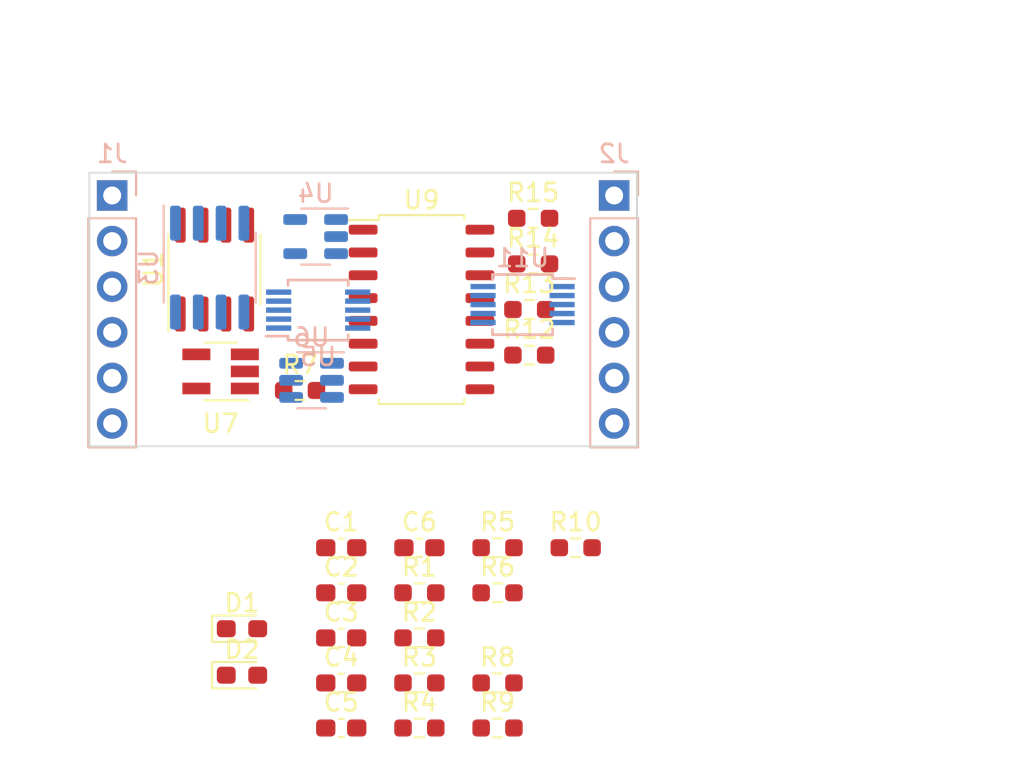
<source format=kicad_pcb>
(kicad_pcb (version 20221018) (generator pcbnew)
  (layers (0 "F.Cu" signal) (31 "B.Cu" signal) (34 "B.Paste" user) (35 "F.Paste" user) (36 "B.SilkS" user "B.Silkscreen") (37 "F.SilkS" user "F.Silkscreen") (38 "B.Mask" user) (39 "F.Mask" user) (44 "Edge.Cuts" user))
  (net 0 "")
  (net 1 "GND")
  (net 2 "Net-(U3-CV)")
  (net 3 "/TR")
  (net 4 "Net-(U5-AIN_P)")
  (net 5 "Net-(U5-AIN_N)")
  (net 6 "/ISO_RTN")
  (net 7 "Net-(D1-A)")
  (net 8 "Net-(D2-A)")
  (net 9 "/CLK")
  (net 10 "Net-(U1A--)")
  (net 11 "Net-(U1B--)")
  (net 12 "+5V")
  (net 13 "Net-(U3-DIS)")
  (net 14 "Net-(R7-Pad1)")
  (net 15 "Net-(R7-Pad2)")
  (net 16 "/ENABLE")
  (net 17 "Net-(R8-Pad2)")
  (net 19 "Net-(R9-Pad2)")
  (net 20 "Net-(R10-Pad2)")
  (net 21 "Net-(U11-~CS)")
  (net 22 "/ISO_DRV")
  (net 23 "Net-(U11-LAT)")
  (net 24 "Net-(U11-SCK)")
  (net 25 "Net-(U11-SDI)")
  (net 30 "+1V8")
  (net 31 "/CS_n_ADC_and_SDI_DAC")
  (net 32 "/SDATA")
  (net 33 "/READ_PULSE")
  (net 35 "/A_OUT_0")
  (net 36 "/A_OUT_1")
  (net 37 "/A_IN_P")
  (net 38 "/A_IN_N")
  (net 39 "/~WE0")
  (net 40 "/~WE1")
  (footprint "Capacitor_SMD:C_0603_1608Metric_Pad1.08x0.95mm_HandSolder" (layer "F.Cu") (at 31.8 51.25)
    (fp_text reference "C5" (at 0 -1.43) (layer "F.SilkS"))
    (fp_text value "C")
    (fp_line (start -0.146267 -0.51) (end 0.146267 -0.51) (stroke (width 0.12)) (layer "F.SilkS"))
    (fp_line (start -0.146267 0.51) (end 0.146267 0.51) (stroke (width 0.12)) (layer "F.SilkS"))
    (pad "1" smd roundrect (at -0.8625 0) (size 1.075 0.95) (layers "F.Cu" "F.Paste" "F.Mask") (net 35 "/A_OUT_0"))
    (pad "2" smd roundrect (at 0.8625 0) (size 1.075 0.95) (layers "F.Cu" "F.Paste" "F.Mask") (net 6 "/ISO_RTN"))
  )
  (footprint "LED_SMD:LED_0603_1608Metric_Pad1.05x0.95mm_HandSolder" (layer "F.Cu") (at 26.275 45.72)
    (fp_text reference "D1" (at 0 -1.43) (layer "F.SilkS"))
    (fp_text value "LED")
    (fp_line (start -1.66 -0.735) (end -1.66 0.735) (stroke (width 0.12)) (layer "F.SilkS"))
    (fp_line (start -1.66 0.735) (end 0.8 0.735) (stroke (width 0.12)) (layer "F.SilkS"))
    (fp_line (start 0.8 -0.735) (end -1.66 -0.735) (stroke (width 0.12)) (layer "F.SilkS"))
    (pad "1" smd roundrect (at -0.875 0) (size 1.05 0.95) (layers "F.Cu" "F.Paste" "F.Mask") (net 1 "GND"))
    (pad "2" smd roundrect (at 0.875 0) (size 1.05 0.95) (layers "F.Cu" "F.Paste" "F.Mask") (net 7 "Net-(D1-A)"))
  )
  (footprint "Capacitor_SMD:C_0603_1608Metric_Pad1.08x0.95mm_HandSolder" (layer "F.Cu") (at 31.8 48.74)
    (fp_text reference "C4" (at 0 -1.43) (layer "F.SilkS"))
    (fp_text value "C")
    (fp_line (start -0.146267 -0.51) (end 0.146267 -0.51) (stroke (width 0.12)) (layer "F.SilkS"))
    (fp_line (start -0.146267 0.51) (end 0.146267 0.51) (stroke (width 0.12)) (layer "F.SilkS"))
    (pad "1" smd roundrect (at -0.8625 0) (size 1.075 0.95) (layers "F.Cu" "F.Paste" "F.Mask") (net 1 "GND"))
    (pad "2" smd roundrect (at 0.8625 0) (size 1.075 0.95) (layers "F.Cu" "F.Paste" "F.Mask") (net 5 "Net-(U5-AIN_N)"))
  )
  (footprint "Resistor_SMD:R_0603_1608Metric_Pad0.98x0.95mm_HandSolder" (layer "F.Cu") (at 44.85 41.21)
    (fp_text reference "R10" (at 0 -1.43) (layer "F.SilkS"))
    (fp_text value "10k")
    (fp_line (start -0.254724 -0.5225) (end 0.254724 -0.5225) (stroke (width 0.12)) (layer "F.SilkS"))
    (fp_line (start -0.254724 0.5225) (end 0.254724 0.5225) (stroke (width 0.12)) (layer "F.SilkS"))
    (pad "1" smd roundrect (at -0.9125 0) (size 0.975 0.95) (layers "F.Cu" "F.Paste" "F.Mask") (net 9 "/CLK"))
    (pad "2" smd roundrect (at 0.9125 0) (size 0.975 0.95) (layers "F.Cu" "F.Paste" "F.Mask") (net 20 "Net-(R10-Pad2)"))
  )
  (footprint "Resistor_SMD:R_0603_1608Metric_Pad0.98x0.95mm_HandSolder" (layer "F.Cu") (at 36.15 48.74)
    (fp_text reference "R3" (at 0 -1.43) (layer "F.SilkS"))
    (fp_text value "10k")
    (fp_line (start -0.254724 -0.5225) (end 0.254724 -0.5225) (stroke (width 0.12)) (layer "F.SilkS"))
    (fp_line (start -0.254724 0.5225) (end 0.254724 0.5225) (stroke (width 0.12)) (layer "F.SilkS"))
    (pad "1" smd roundrect (at -0.9125 0) (size 0.975 0.95) (layers "F.Cu" "F.Paste" "F.Mask") (net 11 "Net-(U1B--)"))
    (pad "2" smd roundrect (at 0.9125 0) (size 0.975 0.95) (layers "F.Cu" "F.Paste" "F.Mask") (net 5 "Net-(U5-AIN_N)"))
  )
  (footprint "Capacitor_SMD:C_0603_1608Metric_Pad1.08x0.95mm_HandSolder" (layer "F.Cu") (at 36.15 41.21)
    (fp_text reference "C6" (at 0 -1.43) (layer "F.SilkS"))
    (fp_text value "C")
    (fp_line (start -0.146267 -0.51) (end 0.146267 -0.51) (stroke (width 0.12)) (layer "F.SilkS"))
    (fp_line (start -0.146267 0.51) (end 0.146267 0.51) (stroke (width 0.12)) (layer "F.SilkS"))
    (pad "1" smd roundrect (at -0.8625 0) (size 1.075 0.95) (layers "F.Cu" "F.Paste" "F.Mask") (net 6 "/ISO_RTN"))
    (pad "2" smd roundrect (at 0.8625 0) (size 1.075 0.95) (layers "F.Cu" "F.Paste" "F.Mask") (net 36 "/A_OUT_1"))
  )
  (footprint "Resistor_SMD:R_0603_1608Metric_Pad0.98x0.95mm_HandSolder" (layer "F.Cu") (at 40.5 41.21)
    (fp_text reference "R5" (at 0 -1.43) (layer "F.SilkS"))
    (fp_text value "100k")
    (fp_line (start -0.254724 -0.5225) (end 0.254724 -0.5225) (stroke (width 0.12)) (layer "F.SilkS"))
    (fp_line (start -0.254724 0.5225) (end 0.254724 0.5225) (stroke (width 0.12)) (layer "F.SilkS"))
    (pad "1" smd roundrect (at -0.9125 0) (size 0.975 0.95) (layers "F.Cu" "F.Paste" "F.Mask") (net 3 "/TR"))
    (pad "2" smd roundrect (at 0.9125 0) (size 0.975 0.95) (layers "F.Cu" "F.Paste" "F.Mask") (net 13 "Net-(U3-DIS)"))
  )
  (footprint "Resistor_SMD:R_0603_1608Metric_Pad0.98x0.95mm_HandSolder" (layer "F.Cu") (at 42.481072 22.86)
    (fp_text reference "R15" (at 0 -1.43) (layer "F.SilkS"))
    (fp_text value "10k")
    (fp_line (start -0.254724 -0.5225) (end 0.254724 -0.5225) (stroke (width 0.12)) (layer "F.SilkS"))
    (fp_line (start -0.254724 0.5225) (end 0.254724 0.5225) (stroke (width 0.12)) (layer "F.SilkS"))
    (pad "1" smd roundrect (at -0.9125 0) (size 0.975 0.95) (layers "F.Cu" "F.Paste" "F.Mask") (net 25 "Net-(U11-SDI)"))
    (pad "2" smd roundrect (at 0.9125 0) (size 0.975 0.95) (layers "F.Cu" "F.Paste" "F.Mask") (net 22 "/ISO_DRV"))
  )
  (footprint "LED_SMD:LED_0603_1608Metric_Pad1.05x0.95mm_HandSolder" (layer "F.Cu") (at 26.275 48.31)
    (fp_text reference "D2" (at 0 -1.43) (layer "F.SilkS"))
    (fp_text value "LED")
    (fp_line (start -1.66 -0.735) (end -1.66 0.735) (stroke (width 0.12)) (layer "F.SilkS"))
    (fp_line (start -1.66 0.735) (end 0.8 0.735) (stroke (width 0.12)) (layer "F.SilkS"))
    (fp_line (start 0.8 -0.735) (end -1.66 -0.735) (stroke (width 0.12)) (layer "F.SilkS"))
    (pad "1" smd roundrect (at -0.875 0) (size 1.05 0.95) (layers "F.Cu" "F.Paste" "F.Mask") (net 1 "GND"))
    (pad "2" smd roundrect (at 0.875 0) (size 1.05 0.95) (layers "F.Cu" "F.Paste" "F.Mask") (net 8 "Net-(D2-A)"))
  )
  (footprint "Package_SO:SOIC-16_4.55x10.3mm_P1.27mm" (layer "F.Cu") (at 36.27 27.94)
    (fp_text reference "U9" (at 0 -6.1) (layer "F.SilkS"))
    (fp_text value "~")
    (fp_line (start -2.385 -5.26) (end -2.385 -4.98) (stroke (width 0.12)) (layer "F.SilkS"))
    (fp_line (start -2.385 -4.98) (end -4.05 -4.98) (stroke (width 0.12)) (layer "F.SilkS"))
    (fp_line (start -2.385 5.26) (end -2.385 4.98) (stroke (width 0.12)) (layer "F.SilkS"))
    (fp_line (start 0 -5.26) (end -2.385 -5.26) (stroke (width 0.12)) (layer "F.SilkS"))
    (fp_line (start 0 -5.26) (end 2.385 -5.26) (stroke (width 0.12)) (layer "F.SilkS"))
    (fp_line (start 0 5.26) (end -2.385 5.26) (stroke (width 0.12)) (layer "F.SilkS"))
    (fp_line (start 0 5.26) (end 2.385 5.26) (stroke (width 0.12)) (layer "F.SilkS"))
    (fp_line (start 2.385 -5.26) (end 2.385 -4.98) (stroke (width 0.12)) (layer "F.SilkS"))
    (fp_line (start 2.385 5.26) (end 2.385 4.98) (stroke (width 0.12)) (layer "F.SilkS"))
    (pad "1" smd roundrect (at -3.25 -4.445) (size 1.6 0.55) (layers "F.Cu" "F.Paste" "F.Mask") (net 15 "Net-(R7-Pad2)"))
    (pad "2" smd roundrect (at -3.25 -3.175) (size 1.6 0.55) (layers "F.Cu" "F.Paste" "F.Mask") (net 1 "GND"))
    (pad "3" smd roundrect (at -3.25 -1.905) (size 1.6 0.55) (layers "F.Cu" "F.Paste" "F.Mask") (net 20 "Net-(R10-Pad2)"))
    (pad "4" smd roundrect (at -3.25 -0.635) (size 1.6 0.55) (layers "F.Cu" "F.Paste" "F.Mask") (net 1 "GND"))
    (pad "5" smd roundrect (at -3.25 0.635) (size 1.6 0.55) (layers "F.Cu" "F.Paste" "F.Mask") (net 19 "Net-(R9-Pad2)"))
    (pad "6" smd roundrect (at -3.25 1.905) (size 1.6 0.55) (layers "F.Cu" "F.Paste" "F.Mask") (net 1 "GND"))
    (pad "7" smd roundrect (at -3.25 3.175) (size 1.6 0.55) (layers "F.Cu" "F.Paste" "F.Mask") (net 17 "Net-(R8-Pad2)"))
    (pad "8" smd roundrect (at -3.25 4.445) (size 1.6 0.55) (layers "F.Cu" "F.Paste" "F.Mask") (net 1 "GND"))
    (pad "9" smd roundrect (at 3.25 4.445) (size 1.6 0.55) (layers "F.Cu" "F.Paste" "F.Mask") (net 1 "GND"))
    (pad "10" smd roundrect (at 3.25 3.175) (size 1.6 0.55) (layers "F.Cu" "F.Paste" "F.Mask") (net 21 "Net-(U11-~CS)"))
    (pad "11" smd roundrect (at 3.25 1.905) (size 1.6 0.55) (layers "F.Cu" "F.Paste" "F.Mask") (net 1 "GND"))
    (pad "12" smd roundrect (at 3.25 0.635) (size 1.6 0.55) (layers "F.Cu" "F.Paste" "F.Mask") (net 23 "Net-(U11-LAT)"))
    (pad "13" smd roundrect (at 3.25 -0.635) (size 1.6 0.55) (layers "F.Cu" "F.Paste" "F.Mask") (net 1 "GND"))
    (pad "14" smd roundrect (at 3.25 -1.905) (size 1.6 0.55) (layers "F.Cu" "F.Paste" "F.Mask") (net 24 "Net-(U11-SCK)"))
    (pad "15" smd roundrect (at 3.25 -3.175) (size 1.6 0.55) (layers "F.Cu" "F.Paste" "F.Mask") (net 1 "GND"))
    (pad "16" smd roundrect (at 3.25 -4.445) (size 1.6 0.55) (layers "F.Cu" "F.Paste" "F.Mask") (net 25 "Net-(U11-SDI)"))
  )
  (footprint "Resistor_SMD:R_0603_1608Metric_Pad0.98x0.95mm_HandSolder" (layer "F.Cu") (at 36.15 51.25)
    (fp_text reference "R4" (at 0 -1.43) (layer "F.SilkS"))
    (fp_text value "10k")
    (fp_line (start -0.254724 -0.5225) (end 0.254724 -0.5225) (stroke (width 0.12)) (layer "F.SilkS"))
    (fp_line (start -0.254724 0.5225) (end 0.254724 0.5225) (stroke (width 0.12)) (layer "F.SilkS"))
    (pad "1" smd roundrect (at -0.9125 0) (size 0.975 0.95) (layers "F.Cu" "F.Paste" "F.Mask") (net 8 "Net-(D2-A)"))
    (pad "2" smd roundrect (at 0.9125 0) (size 0.975 0.95) (layers "F.Cu" "F.Paste" "F.Mask") (net 12 "+5V"))
  )
  (footprint "Resistor_SMD:R_0603_1608Metric_Pad0.98x0.95mm_HandSolder" (layer "F.Cu") (at 40.5 43.72)
    (fp_text reference "R6" (at 0 -1.43) (layer "F.SilkS"))
    (fp_text value "10k")
    (fp_line (start -0.254724 -0.5225) (end 0.254724 -0.5225) (stroke (width 0.12)) (layer "F.SilkS"))
    (fp_line (start -0.254724 0.5225) (end 0.254724 0.5225) (stroke (width 0.12)) (layer "F.SilkS"))
    (pad "1" smd roundrect (at -0.9125 0) (size 0.975 0.95) (layers "F.Cu" "F.Paste" "F.Mask") (net 13 "Net-(U3-DIS)"))
    (pad "2" smd roundrect (at 0.9125 0) (size 0.975 0.95) (layers "F.Cu" "F.Paste" "F.Mask") (net 12 "+5V"))
  )
  (footprint "Resistor_SMD:R_0603_1608Metric_Pad0.98x0.95mm_HandSolder" (layer "F.Cu") (at 42.2675 30.48)
    (fp_text reference "R12" (at 0 -1.43) (layer "F.SilkS"))
    (fp_text value "10k")
    (fp_line (start -0.254724 -0.5225) (end 0.254724 -0.5225) (stroke (width 0.12)) (layer "F.SilkS"))
    (fp_line (start -0.254724 0.5225) (end 0.254724 0.5225) (stroke (width 0.12)) (layer "F.SilkS"))
    (pad "1" smd roundrect (at -0.9125 0) (size 0.975 0.95) (layers "F.Cu" "F.Paste" "F.Mask") (net 21 "Net-(U11-~CS)"))
    (pad "2" smd roundrect (at 0.9125 0) (size 0.975 0.95) (layers "F.Cu" "F.Paste" "F.Mask") (net 22 "/ISO_DRV"))
  )
  (footprint "Package_SO:SOIC-8_3.9x4.9mm_P1.27mm" (layer "F.Cu") (at 24.744743 25.717301 90)
    (fp_text reference "U1" (at 0 -3.4 90) (layer "F.SilkS"))
    (fp_text value "LM358")
    (fp_line (start 0 -2.56) (end -3.45 -2.56) (stroke (width 0.12)) (layer "F.SilkS"))
    (fp_line (start 0 -2.56) (end 1.95 -2.56) (stroke (width 0.12)) (layer "F.SilkS"))
    (fp_line (start 0 2.56) (end -1.95 2.56) (stroke (width 0.12)) (layer "F.SilkS"))
    (fp_line (start 0 2.56) (end 1.95 2.56) (stroke (width 0.12)) (layer "F.SilkS"))
    (pad "1" smd roundrect (at -2.475 -1.905 90) (size 1.95 0.6) (layers "F.Cu" "F.Paste" "F.Mask") (net 10 "Net-(U1A--)"))
    (pad "2" smd roundrect (at -2.475 -0.635 90) (size 1.95 0.6) (layers "F.Cu" "F.Paste" "F.Mask") (net 10 "Net-(U1A--)"))
    (pad "3" smd roundrect (at -2.475 0.635 90) (size 1.95 0.6) (layers "F.Cu" "F.Paste" "F.Mask"))
    (pad "4" smd roundrect (at -2.475 1.905 90) (size 1.95 0.6) (layers "F.Cu" "F.Paste" "F.Mask"))
    (pad "5" smd roundrect (at 2.475 1.905 90) (size 1.95 0.6) (layers "F.Cu" "F.Paste" "F.Mask"))
    (pad "6" smd roundrect (at 2.475 0.635 90) (size 1.95 0.6) (layers "F.Cu" "F.Paste" "F.Mask") (net 11 "Net-(U1B--)"))
    (pad "7" smd roundrect (at 2.475 -0.635 90) (size 1.95 0.6) (layers "F.Cu" "F.Paste" "F.Mask") (net 11 "Net-(U1B--)"))
    (pad "8" smd roundrect (at 2.475 -1.905 90) (size 1.95 0.6) (layers "F.Cu" "F.Paste" "F.Mask"))
  )
  (footprint "Resistor_SMD:R_0603_1608Metric_Pad0.98x0.95mm_HandSolder" (layer "F.Cu") (at 42.2675 27.94)
    (fp_text reference "R13" (at 0 -1.43) (layer "F.SilkS"))
    (fp_text value "10k")
    (fp_line (start -0.254724 -0.5225) (end 0.254724 -0.5225) (stroke (width 0.12)) (layer "F.SilkS"))
    (fp_line (start -0.254724 0.5225) (end 0.254724 0.5225) (stroke (width 0.12)) (layer "F.SilkS"))
    (pad "1" smd roundrect (at -0.9125 0) (size 0.975 0.95) (layers "F.Cu" "F.Paste" "F.Mask") (net 23 "Net-(U11-LAT)"))
    (pad "2" smd roundrect (at 0.9125 0) (size 0.975 0.95) (layers "F.Cu" "F.Paste" "F.Mask") (net 22 "/ISO_DRV"))
  )
  (footprint "Capacitor_SMD:C_0603_1608Metric_Pad1.08x0.95mm_HandSolder" (layer "F.Cu") (at 31.8 41.21)
    (fp_text reference "C1" (at 0 -1.43) (layer "F.SilkS"))
    (fp_text value "C")
    (fp_line (start -0.146267 -0.51) (end 0.146267 -0.51) (stroke (width 0.12)) (layer "F.SilkS"))
    (fp_line (start -0.146267 0.51) (end 0.146267 0.51) (stroke (width 0.12)) (layer "F.SilkS"))
    (pad "1" smd roundrect (at -0.8625 0) (size 1.075 0.95) (layers "F.Cu" "F.Paste" "F.Mask") (net 1 "GND"))
    (pad "2" smd roundrect (at 0.8625 0) (size 1.075 0.95) (layers "F.Cu" "F.Paste" "F.Mask") (net 2 "Net-(U3-CV)"))
  )
  (footprint "Resistor_SMD:R_0603_1608Metric_Pad0.98x0.95mm_HandSolder" (layer "F.Cu") (at 29.50842 32.449859)
    (fp_text reference "R7" (at 0 -1.43) (layer "F.SilkS"))
    (fp_text value "10k")
    (fp_line (start -0.254724 -0.5225) (end 0.254724 -0.5225) (stroke (width 0.12)) (layer "F.SilkS"))
    (fp_line (start -0.254724 0.5225) (end 0.254724 0.5225) (stroke (width 0.12)) (layer "F.SilkS"))
    (pad "1" smd roundrect (at -0.9125 0) (size 0.975 0.95) (layers "F.Cu" "F.Paste" "F.Mask") (net 14 "Net-(R7-Pad1)"))
    (pad "2" smd roundrect (at 0.9125 0) (size 0.975 0.95) (layers "F.Cu" "F.Paste" "F.Mask") (net 15 "Net-(R7-Pad2)"))
  )
  (footprint "Resistor_SMD:R_0603_1608Metric_Pad0.98x0.95mm_HandSolder" (layer "F.Cu") (at 36.15 46.23)
    (fp_text reference "R2" (at 0 -1.43) (layer "F.SilkS"))
    (fp_text value "10k")
    (fp_line (start -0.254724 -0.5225) (end 0.254724 -0.5225) (stroke (width 0.12)) (layer "F.SilkS"))
    (fp_line (start -0.254724 0.5225) (end 0.254724 0.5225) (stroke (width 0.12)) (layer "F.SilkS"))
    (pad "1" smd roundrect (at -0.9125 0) (size 0.975 0.95) (layers "F.Cu" "F.Paste" "F.Mask") (net 10 "Net-(U1A--)"))
    (pad "2" smd roundrect (at 0.9125 0) (size 0.975 0.95) (layers "F.Cu" "F.Paste" "F.Mask") (net 4 "Net-(U5-AIN_P)"))
  )
  (footprint "Resistor_SMD:R_0603_1608Metric_Pad0.98x0.95mm_HandSolder" (layer "F.Cu") (at 36.15 43.72)
    (fp_text reference "R1" (at 0 -1.43) (layer "F.SilkS"))
    (fp_text value "10k")
    (fp_line (start -0.254724 -0.5225) (end 0.254724 -0.5225) (stroke (width 0.12)) (layer "F.SilkS"))
    (fp_line (start -0.254724 0.5225) (end 0.254724 0.5225) (stroke (width 0.12)) (layer "F.SilkS"))
    (pad "1" smd roundrect (at -0.9125 0) (size 0.975 0.95) (layers "F.Cu" "F.Paste" "F.Mask") (net 7 "Net-(D1-A)"))
    (pad "2" smd roundrect (at 0.9125 0) (size 0.975 0.95) (layers "F.Cu" "F.Paste" "F.Mask") (net 9 "/CLK"))
  )
  (footprint "Package_TO_SOT_SMD:SOT-23-5_HandSoldering" (layer "F.Cu") (at 25.08602 31.389486 180)
    (fp_text reference "U7" (at 0 -2.9) (layer "F.SilkS"))
    (fp_text value "74LVC1G32")
    (fp_line (start -0.9 1.61) (end 0.9 1.61) (stroke (width 0.12)) (layer "F.SilkS"))
    (fp_line (start 0.9 -1.61) (end -1.55 -1.61) (stroke (width 0.12)) (layer "F.SilkS"))
    (pad "1" smd rect (at -1.35 -0.95 180) (size 1.56 0.65) (layers "F.Cu" "F.Paste" "F.Mask") (net 31 "/CS_n_ADC_and_SDI_DAC"))
    (pad "2" smd rect (at -1.35 0 180) (size 1.56 0.65) (layers "F.Cu" "F.Paste" "F.Mask") (net 32 "/SDATA"))
    (pad "3" smd rect (at -1.35 0.95 180) (size 1.56 0.65) (layers "F.Cu" "F.Paste" "F.Mask") (net 1 "GND"))
    (pad "4" smd rect (at 1.35 0.95 180) (size 1.56 0.65) (layers "F.Cu" "F.Paste" "F.Mask") (net 14 "Net-(R7-Pad1)"))
    (pad "5" smd rect (at 1.35 -0.95 180) (size 1.56 0.65) (layers "F.Cu" "F.Paste" "F.Mask") (net 12 "+5V"))
  )
  (footprint "Capacitor_SMD:C_0603_1608Metric_Pad1.08x0.95mm_HandSolder" (layer "F.Cu") (at 31.8 46.23)
    (fp_text reference "C3" (at 0 -1.43) (layer "F.SilkS"))
    (fp_text value "C")
    (fp_line (start -0.146267 -0.51) (end 0.146267 -0.51) (stroke (width 0.12)) (layer "F.SilkS"))
    (fp_line (start -0.146267 0.51) (end 0.146267 0.51) (stroke (width 0.12)) (layer "F.SilkS"))
    (pad "1" smd roundrect (at -0.8625 0) (size 1.075 0.95) (layers "F.Cu" "F.Paste" "F.Mask") (net 4 "Net-(U5-AIN_P)"))
    (pad "2" smd roundrect (at 0.8625 0) (size 1.075 0.95) (layers "F.Cu" "F.Paste" "F.Mask") (net 1 "GND"))
  )
  (footprint "Resistor_SMD:R_0603_1608Metric_Pad0.98x0.95mm_HandSolder" (layer "F.Cu") (at 42.480085 25.4)
    (fp_text reference "R14" (at 0 -1.43) (layer "F.SilkS"))
    (fp_text value "10k")
    (fp_line (start -0.254724 -0.5225) (end 0.254724 -0.5225) (stroke (width 0.12)) (layer "F.SilkS"))
    (fp_line (start -0.254724 0.5225) (end 0.254724 0.5225) (stroke (width 0.12)) (layer "F.SilkS"))
    (pad "1" smd roundrect (at -0.9125 0) (size 0.975 0.95) (layers "F.Cu" "F.Paste" "F.Mask") (net 24 "Net-(U11-SCK)"))
    (pad "2" smd roundrect (at 0.9125 0) (size 0.975 0.95) (layers "F.Cu" "F.Paste" "F.Mask") (net 22 "/ISO_DRV"))
  )
  (footprint "Capacitor_SMD:C_0603_1608Metric_Pad1.08x0.95mm_HandSolder" (layer "F.Cu") (at 31.8 43.72)
    (fp_text reference "C2" (at 0 -1.43) (layer "F.SilkS"))
    (fp_text value "C")
    (fp_line (start -0.146267 -0.51) (end 0.146267 -0.51) (stroke (width 0.12)) (layer "F.SilkS"))
    (fp_line (start -0.146267 0.51) (end 0.146267 0.51) (stroke (width 0.12)) (layer "F.SilkS"))
    (pad "1" smd roundrect (at -0.8625 0) (size 1.075 0.95) (layers "F.Cu" "F.Paste" "F.Mask") (net 3 "/TR"))
    (pad "2" smd roundrect (at 0.8625 0) (size 1.075 0.95) (layers "F.Cu" "F.Paste" "F.Mask") (net 1 "GND"))
  )
  (footprint "Resistor_SMD:R_0603_1608Metric_Pad0.98x0.95mm_HandSolder" (layer "F.Cu") (at 40.5 51.25)
    (fp_text reference "R9" (at 0 -1.43) (layer "F.SilkS"))
    (fp_text value "10k")
    (fp_line (start -0.254724 -0.5225) (end 0.254724 -0.5225) (stroke (width 0.12)) (layer "F.SilkS"))
    (fp_line (start -0.254724 0.5225) (end 0.254724 0.5225) (stroke (width 0.12)) (layer "F.SilkS"))
    (pad "1" smd roundrect (at -0.9125 0) (size 0.975 0.95) (layers "F.Cu" "F.Paste" "F.Mask"))
    (pad "2" smd roundrect (at 0.9125 0) (size 0.975 0.95) (layers "F.Cu" "F.Paste" "F.Mask") (net 19 "Net-(R9-Pad2)"))
  )
  (footprint "Resistor_SMD:R_0603_1608Metric_Pad0.98x0.95mm_HandSolder" (layer "F.Cu") (at 40.5 48.74)
    (fp_text reference "R8" (at 0 -1.43) (layer "F.SilkS"))
    (fp_text value "10k")
    (fp_line (start -0.254724 -0.5225) (end 0.254724 -0.5225) (stroke (width 0.12)) (layer "F.SilkS"))
    (fp_line (start -0.254724 0.5225) (end 0.254724 0.5225) (stroke (width 0.12)) (layer "F.SilkS"))
    (pad "1" smd roundrect (at -0.9125 0) (size 0.975 0.95) (layers "F.Cu" "F.Paste" "F.Mask") (net 16 "/ENABLE"))
    (pad "2" smd roundrect (at 0.9125 0) (size 0.975 0.95) (layers "F.Cu" "F.Paste" "F.Mask") (net 17 "Net-(R8-Pad2)"))
  )
  (footprint "Package_TO_SOT_SMD:SOT-23-6" (layer "B.Cu") (at 30.147075 31.884689 180)
    (fp_text reference "U6" (at 0 2.4) (layer "B.SilkS") (effects (justify mirror)))
    (fp_text value "93LCxxBxxOT")
    (fp_line (start 0 -1.56) (end -0.8 -1.56) (stroke (width 0.12)) (layer "B.SilkS"))
    (fp_line (start 0 -1.56) (end 0.8 -1.56) (stroke (width 0.12)) (layer "B.SilkS"))
    (fp_line (start 0 1.56) (end -1.8 1.56) (stroke (width 0.12)) (layer "B.SilkS"))
    (fp_line (start 0 1.56) (end 0.8 1.56) (stroke (width 0.12)) (layer "B.SilkS"))
    (pad "1" smd roundrect (at -1.1375 0.95 180) (size 1.325 0.6) (layers "B.Cu" "B.Paste" "B.Mask") (net 31 "/CS_n_ADC_and_SDI_DAC"))
    (pad "2" smd roundrect (at -1.1375 0 180) (size 1.325 0.6) (layers "B.Cu" "B.Paste" "B.Mask") (net 1 "GND"))
    (pad "3" smd roundrect (at -1.1375 -0.95 180) (size 1.325 0.6) (layers "B.Cu" "B.Paste" "B.Mask") (net 33 "/READ_PULSE"))
    (pad "4" smd roundrect (at 1.1375 -0.95 180) (size 1.325 0.6) (layers "B.Cu" "B.Paste" "B.Mask") (net 9 "/CLK"))
    (pad "5" smd roundrect (at 1.1375 0 180) (size 1.325 0.6) (layers "B.Cu" "B.Paste" "B.Mask") (net 16 "/ENABLE"))
    (pad "6" smd roundrect (at 1.1375 0.95 180) (size 1.325 0.6) (layers "B.Cu" "B.Paste" "B.Mask") (net 12 "+5V"))
  )
  (footprint "Connector_PinHeader_2.54mm:PinHeader_1x06_P2.54mm_Vertical" (layer "B.Cu") (at 46.99 21.59 180)
    (fp_text reference "J2" (at 0 2.33) (layer "B.SilkS") (effects (justify mirror)))
    (fp_text value "Conn_01x06_Pin")
    (fp_line (start -1.33 -14.03) (end 1.33 -14.03) (stroke (width 0.12)) (layer "B.SilkS"))
    (fp_line (start -1.33 -1.27) (end -1.33 -14.03) (stroke (width 0.12)) (layer "B.SilkS"))
    (fp_line (start -1.33 -1.27) (end 1.33 -1.27) (stroke (width 0.12)) (layer "B.SilkS"))
    (fp_line (start -1.33 0) (end -1.33 1.33) (stroke (width 0.12)) (layer "B.SilkS"))
    (fp_line (start -1.33 1.33) (end 0 1.33) (stroke (width 0.12)) (layer "B.SilkS"))
    (fp_line (start 1.33 -1.27) (end 1.33 -14.03) (stroke (width 0.12)) (layer "B.SilkS"))
    (pad "1" thru_hole rect (at 0 0 180) (size 1.7 1.7) (drill 1) (layers "*.Cu" "*.Mask") (net 22 "/ISO_DRV"))
    (pad "2" thru_hole oval (at 0 -2.54 180) (size 1.7 1.7) (drill 1) (layers "*.Cu" "*.Mask") (net 6 "/ISO_RTN"))
    (pad "3" thru_hole oval (at 0 -5.08 180) (size 1.7 1.7) (drill 1) (layers "*.Cu" "*.Mask") (net 35 "/A_OUT_0"))
    (pad "4" thru_hole oval (at 0 -7.62 180) (size 1.7 1.7) (drill 1) (layers "*.Cu" "*.Mask") (net 36 "/A_OUT_1"))
    (pad "5" thru_hole oval (at 0 -10.16 180) (size 1.7 1.7) (drill 1) (layers "*.Cu" "*.Mask"))
    (pad "6" thru_hole oval (at 0 -12.7 180) (size 1.7 1.7) (drill 1) (layers "*.Cu" "*.Mask"))
  )
  (footprint "Connector_PinHeader_2.54mm:PinHeader_1x06_P2.54mm_Vertical" (layer "B.Cu") (at 19.05 21.59 180)
    (fp_text reference "J1" (at 0 2.33) (layer "B.SilkS") (effects (justify mirror)))
    (fp_text value "Conn_01x06_Pin")
    (fp_line (start -1.33 -14.03) (end 1.33 -14.03) (stroke (width 0.12)) (layer "B.SilkS"))
    (fp_line (start -1.33 -1.27) (end -1.33 -14.03) (stroke (width 0.12)) (layer "B.SilkS"))
    (fp_line (start -1.33 -1.27) (end 1.33 -1.27) (stroke (width 0.12)) (layer "B.SilkS"))
    (fp_line (start -1.33 0) (end -1.33 1.33) (stroke (width 0.12)) (layer "B.SilkS"))
    (fp_line (start -1.33 1.33) (end 0 1.33) (stroke (width 0.12)) (layer "B.SilkS"))
    (fp_line (start 1.33 -1.27) (end 1.33 -14.03) (stroke (width 0.12)) (layer "B.SilkS"))
    (pad "1" thru_hole rect (at 0 0 180) (size 1.7 1.7) (drill 1) (layers "*.Cu" "*.Mask") (net 12 "+5V"))
    (pad "2" thru_hole oval (at 0 -2.54 180) (size 1.7 1.7) (drill 1) (layers "*.Cu" "*.Mask") (net 1 "GND"))
    (pad "3" thru_hole oval (at 0 -5.08 180) (size 1.7 1.7) (drill 1) (layers "*.Cu" "*.Mask") (net 37 "/A_IN_P"))
    (pad "4" thru_hole oval (at 0 -7.62 180) (size 1.7 1.7) (drill 1) (layers "*.Cu" "*.Mask") (net 38 "/A_IN_N"))
    (pad "5" thru_hole oval (at 0 -10.16 180) (size 1.7 1.7) (drill 1) (layers "*.Cu" "*.Mask") (net 39 "/~WE0"))
    (pad "6" thru_hole oval (at 0 -12.7 180) (size 1.7 1.7) (drill 1) (layers "*.Cu" "*.Mask") (net 40 "/~WE1"))
  )
  (footprint "Package_SO:MSOP-10_3x3mm_P0.5mm" (layer "B.Cu") (at 41.893452 27.666675 180)
    (fp_text reference "U11" (at 0 2.6) (layer "B.SilkS") (effects (justify mirror)))
    (fp_text value "~")
    (fp_line (start -1.675 -1.675) (end -1.675 -1.375) (stroke (width 0.15)) (layer "B.SilkS"))
    (fp_line (start -1.675 -1.675) (end 1.675 -1.675) (stroke (width 0.15)) (layer "B.SilkS"))
    (fp_line (start -1.675 1.45) (end -2.9 1.45) (stroke (width 0.15)) (layer "B.SilkS"))
    (fp_line (start -1.675 1.675) (end -1.675 1.45) (stroke (width 0.15)) (layer "B.SilkS"))
    (fp_line (start -1.675 1.675) (end 1.675 1.675) (stroke (width 0.15)) (layer "B.SilkS"))
    (fp_line (start 1.675 -1.675) (end 1.675 -1.375) (stroke (width 0.15)) (layer "B.SilkS"))
    (fp_line (start 1.675 1.675) (end 1.675 1.375) (stroke (width 0.15)) (layer "B.SilkS"))
    (pad "1" smd rect (at -2.2 1 180) (size 1.4 0.3) (layers "B.Cu" "B.Paste" "B.Mask") (net 22 "/ISO_DRV"))
    (pad "2" smd rect (at -2.2 0.5 180) (size 1.4 0.3) (layers "B.Cu" "B.Paste" "B.Mask") (net 21 "Net-(U11-~CS)"))
    (pad "3" smd rect (at -2.2 0 180) (size 1.4 0.3) (layers "B.Cu" "B.Paste" "B.Mask") (net 22 "/ISO_DRV"))
    (pad "4" smd rect (at -2.2 -0.5 180) (size 1.4 0.3) (layers "B.Cu" "B.Paste" "B.Mask") (net 35 "/A_OUT_0"))
    (pad "5" smd rect (at -2.2 -1 180) (size 1.4 0.3) (layers "B.Cu" "B.Paste" "B.Mask") (net 36 "/A_OUT_1"))
    (pad "6" smd rect (at 2.2 -1 180) (size 1.4 0.3) (layers "B.Cu" "B.Paste" "B.Mask") (net 23 "Net-(U11-LAT)"))
    (pad "7" smd rect (at 2.2 -0.5 180) (size 1.4 0.3) (layers "B.Cu" "B.Paste" "B.Mask") (net 6 "/ISO_RTN"))
    (pad "8" smd rect (at 2.2 0 180) (size 1.4 0.3) (layers "B.Cu" "B.Paste" "B.Mask"))
    (pad "9" smd rect (at 2.2 0.5 180) (size 1.4 0.3) (layers "B.Cu" "B.Paste" "B.Mask") (net 24 "Net-(U11-SCK)"))
    (pad "10" smd rect (at 2.2 1 180) (size 1.4 0.3) (layers "B.Cu" "B.Paste" "B.Mask") (net 25 "Net-(U11-SDI)"))
  )
  (footprint "Package_TO_SOT_SMD:SOT-23-5" (layer "B.Cu") (at 30.375603 23.878911 180)
    (fp_text reference "U4" (at 0 2.4) (layer "B.SilkS") (effects (justify mirror)))
    (fp_text value "TPS76318")
    (fp_line (start 0 -1.56) (end -0.8 -1.56) (stroke (width 0.12)) (layer "B.SilkS"))
    (fp_line (start 0 -1.56) (end 0.8 -1.56) (stroke (width 0.12)) (layer "B.SilkS"))
    (fp_line (start 0 1.56) (end -1.8 1.56) (stroke (width 0.12)) (layer "B.SilkS"))
    (fp_line (start 0 1.56) (end 0.8 1.56) (stroke (width 0.12)) (layer "B.SilkS"))
    (pad "1" smd roundrect (at -1.1375 0.95 180) (size 1.325 0.6) (layers "B.Cu" "B.Paste" "B.Mask") (net 12 "+5V"))
    (pad "2" smd roundrect (at -1.1375 0 180) (size 1.325 0.6) (layers "B.Cu" "B.Paste" "B.Mask") (net 1 "GND"))
    (pad "3" smd roundrect (at -1.1375 -0.95 180) (size 1.325 0.6) (layers "B.Cu" "B.Paste" "B.Mask"))
    (pad "4" smd roundrect (at 1.1375 -0.95 180) (size 1.325 0.6) (layers "B.Cu" "B.Paste" "B.Mask"))
    (pad "5" smd roundrect (at 1.1375 0.95 180) (size 1.325 0.6) (layers "B.Cu" "B.Paste" "B.Mask") (net 30 "+1V8"))
  )
  (footprint "Package_SO:SOIC-8_3.9x4.9mm_P1.27mm" (layer "B.Cu") (at 24.476338 25.607148 -90)
    (fp_text reference "U3" (at 0 3.4 90) (layer "B.SilkS") (effects (justify mirror)))
    (fp_text value "NE555D")
    (fp_line (start 0 -2.56) (end -1.95 -2.56) (stroke (width 0.12)) (layer "B.SilkS"))
    (fp_line (start 0 -2.56) (end 1.95 -2.56) (stroke (width 0.12)) (layer "B.SilkS"))
    (fp_line (start 0 2.56) (end -3.45 2.56) (stroke (width 0.12)) (layer "B.SilkS"))
    (fp_line (start 0 2.56) (end 1.95 2.56) (stroke (width 0.12)) (layer "B.SilkS"))
    (pad "1" smd roundrect (at -2.475 1.905 270) (size 1.95 0.6) (layers "B.Cu" "B.Paste" "B.Mask") (net 1 "GND"))
    (pad "2" smd roundrect (at -2.475 0.635 270) (size 1.95 0.6) (layers "B.Cu" "B.Paste" "B.Mask") (net 3 "/TR"))
    (pad "3" smd roundrect (at -2.475 -0.635 270) (size 1.95 0.6) (layers "B.Cu" "B.Paste" "B.Mask") (net 9 "/CLK"))
    (pad "4" smd roundrect (at -2.475 -1.905 270) (size 1.95 0.6) (layers "B.Cu" "B.Paste" "B.Mask") (net 12 "+5V"))
    (pad "5" smd roundrect (at 2.475 -1.905 270) (size 1.95 0.6) (layers "B.Cu" "B.Paste" "B.Mask") (net 2 "Net-(U3-CV)"))
    (pad "6" smd roundrect (at 2.475 -0.635 270) (size 1.95 0.6) (layers "B.Cu" "B.Paste" "B.Mask") (net 3 "/TR"))
    (pad "7" smd roundrect (at 2.475 0.635 270) (size 1.95 0.6) (layers "B.Cu" "B.Paste" "B.Mask") (net 13 "Net-(U3-DIS)"))
    (pad "8" smd roundrect (at 2.475 1.905 270) (size 1.95 0.6) (layers "B.Cu" "B.Paste" "B.Mask") (net 12 "+5V"))
  )
  (footprint "Package_SO:MSOP-10_3x3mm_P0.5mm" (layer "B.Cu") (at 30.516305 27.974165)
    (fp_text reference "U5" (at 0 2.6) (layer "B.SilkS") (effects (justify mirror)))
    (fp_text value "MCP33141D")
    (fp_line (start -1.675 -1.675) (end -1.675 -1.375) (stroke (width 0.15)) (layer "B.SilkS"))
    (fp_line (start -1.675 -1.675) (end 1.675 -1.675) (stroke (width 0.15)) (layer "B.SilkS"))
    (fp_line (start -1.675 1.45) (end -2.9 1.45) (stroke (width 0.15)) (layer "B.SilkS"))
    (fp_line (start -1.675 1.675) (end -1.675 1.45) (stroke (width 0.15)) (layer "B.SilkS"))
    (fp_line (start -1.675 1.675) (end 1.675 1.675) (stroke (width 0.15)) (layer "B.SilkS"))
    (fp_line (start 1.675 -1.675) (end 1.675 -1.375) (stroke (width 0.15)) (layer "B.SilkS"))
    (fp_line (start 1.675 1.675) (end 1.675 1.375) (stroke (width 0.15)) (layer "B.SilkS"))
    (pad "1" smd rect (at -2.2 1) (size 1.4 0.3) (layers "B.Cu" "B.Paste" "B.Mask") (net 12 "+5V"))
    (pad "2" smd rect (at -2.2 0.5) (size 1.4 0.3) (layers "B.Cu" "B.Paste" "B.Mask") (net 30 "+1V8"))
    (pad "3" smd rect (at -2.2 0) (size 1.4 0.3) (layers "B.Cu" "B.Paste" "B.Mask") (net 4 "Net-(U5-AIN_P)"))
    (pad "4" smd rect (at -2.2 -0.5) (size 1.4 0.3) (layers "B.Cu" "B.Paste" "B.Mask") (net 5 "Net-(U5-AIN_N)"))
    (pad "5" smd rect (at -2.2 -1) (size 1.4 0.3) (layers "B.Cu" "B.Paste" "B.Mask") (net 1 "GND"))
    (pad "6" smd rect (at 2.2 -1) (size 1.4 0.3) (layers "B.Cu" "B.Paste" "B.Mask") (net 31 "/CS_n_ADC_and_SDI_DAC"))
    (pad "7" smd rect (at 2.2 -0.5) (size 1.4 0.3) (layers "B.Cu" "B.Paste" "B.Mask") (net 32 "/SDATA"))
    (pad "8" smd rect (at 2.2 0) (size 1.4 0.3) (layers "B.Cu" "B.Paste" "B.Mask") (net 9 "/CLK"))
    (pad "9" smd rect (at 2.2 0.5) (size 1.4 0.3) (layers "B.Cu" "B.Paste" "B.Mask") (net 12 "+5V"))
    (pad "10" smd rect (at 2.2 1) (size 1.4 0.3) (layers "B.Cu" "B.Paste" "B.Mask") (net 12 "+5V"))
  )
  (gr_rect (start 17.78 20.32) (end 48.26 35.56) (stroke (width 0.1)) (fill none) (layer "Edge.Cuts"))
)
</source>
